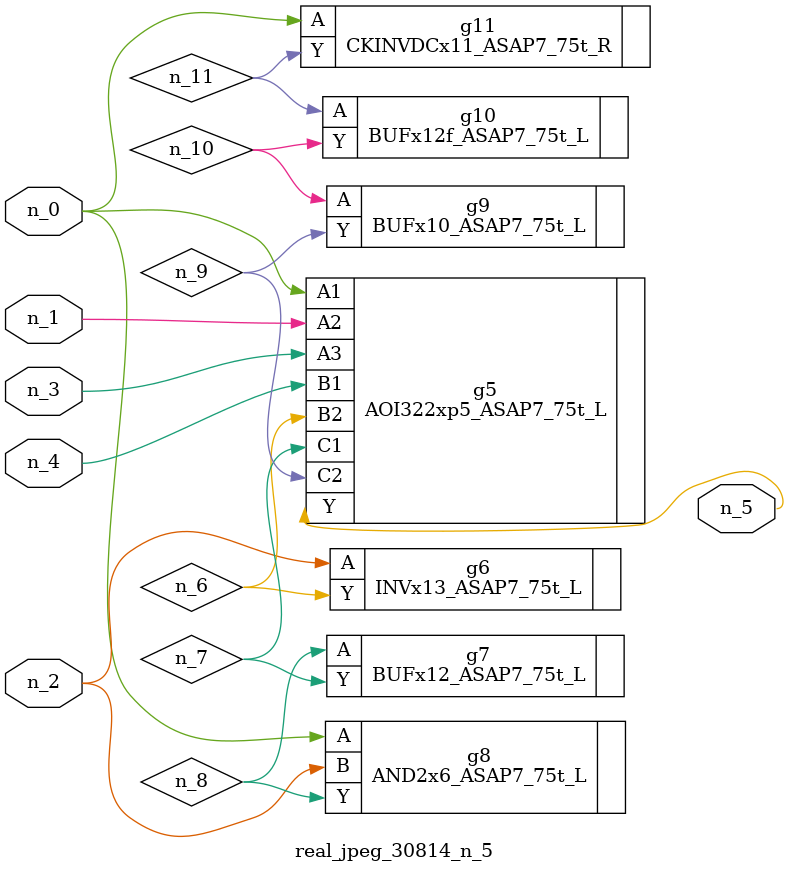
<source format=v>
module real_jpeg_30814_n_5 (n_4, n_0, n_1, n_2, n_3, n_5);

input n_4;
input n_0;
input n_1;
input n_2;
input n_3;

output n_5;

wire n_8;
wire n_11;
wire n_6;
wire n_7;
wire n_10;
wire n_9;

AOI322xp5_ASAP7_75t_L g5 ( 
.A1(n_0),
.A2(n_1),
.A3(n_3),
.B1(n_4),
.B2(n_6),
.C1(n_7),
.C2(n_9),
.Y(n_5)
);

AND2x6_ASAP7_75t_L g8 ( 
.A(n_0),
.B(n_2),
.Y(n_8)
);

CKINVDCx11_ASAP7_75t_R g11 ( 
.A(n_0),
.Y(n_11)
);

INVx13_ASAP7_75t_L g6 ( 
.A(n_2),
.Y(n_6)
);

BUFx12_ASAP7_75t_L g7 ( 
.A(n_8),
.Y(n_7)
);

BUFx10_ASAP7_75t_L g9 ( 
.A(n_10),
.Y(n_9)
);

BUFx12f_ASAP7_75t_L g10 ( 
.A(n_11),
.Y(n_10)
);


endmodule
</source>
